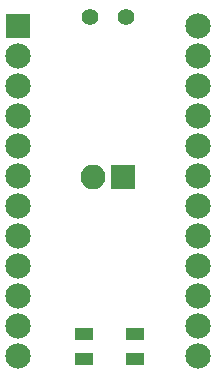
<source format=gbr>
G04 #@! TF.GenerationSoftware,KiCad,Pcbnew,(5.0.0)*
G04 #@! TF.CreationDate,2020-05-09T16:41:49-06:00*
G04 #@! TF.ProjectId,BatteryPack,426174746572795061636B2E6B696361,rev?*
G04 #@! TF.SameCoordinates,Original*
G04 #@! TF.FileFunction,Soldermask,Bot*
G04 #@! TF.FilePolarity,Negative*
%FSLAX46Y46*%
G04 Gerber Fmt 4.6, Leading zero omitted, Abs format (unit mm)*
G04 Created by KiCad (PCBNEW (5.0.0)) date 05/09/20 16:41:49*
%MOMM*%
%LPD*%
G01*
G04 APERTURE LIST*
%ADD10R,2.152600X2.152600*%
%ADD11C,2.152600*%
%ADD12C,1.400000*%
%ADD13R,2.100000X2.100000*%
%ADD14O,2.100000X2.100000*%
%ADD15R,1.600000X1.050000*%
G04 APERTURE END LIST*
D10*
G04 #@! TO.C,U1*
X120650000Y-64060000D03*
D11*
X120650000Y-66600000D03*
X120650000Y-69140000D03*
X120650000Y-71680000D03*
X120650000Y-74220000D03*
X120650000Y-76760000D03*
X120650000Y-79300000D03*
X120650000Y-81840000D03*
X120650000Y-84380000D03*
X120650000Y-86920000D03*
X120650000Y-89460000D03*
X120650000Y-92000000D03*
X135890000Y-92000000D03*
X135890000Y-89460000D03*
X135890000Y-86920000D03*
X135890000Y-84380000D03*
X135890000Y-81840000D03*
X135890000Y-79300000D03*
X135890000Y-76760000D03*
X135890000Y-74220000D03*
X135890000Y-71680000D03*
X135890000Y-69140000D03*
X135890000Y-66600000D03*
X135890000Y-64060000D03*
G04 #@! TD*
D12*
G04 #@! TO.C,SW2*
X129770000Y-63246000D03*
X126770000Y-63246000D03*
G04 #@! TD*
D13*
G04 #@! TO.C,J1*
X129540001Y-76835000D03*
D14*
X127000001Y-76835000D03*
G04 #@! TD*
D15*
G04 #@! TO.C,SW3*
X130547000Y-90111000D03*
X126247000Y-90111000D03*
X130547000Y-92261000D03*
X126247000Y-92261000D03*
G04 #@! TD*
M02*

</source>
